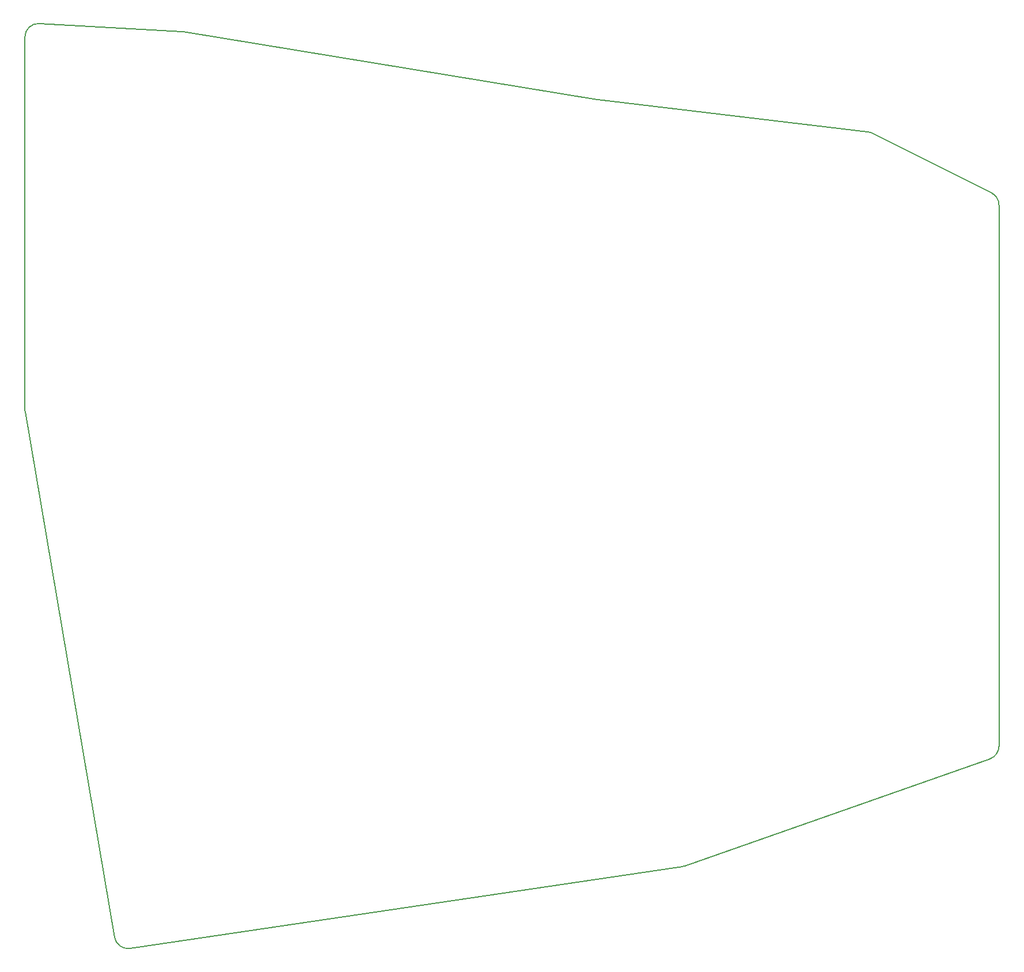
<source format=gbr>
%TF.GenerationSoftware,KiCad,Pcbnew,9.0.1*%
%TF.CreationDate,2025-06-02T17:15:55+02:00*%
%TF.ProjectId,pleiades_r,706c6569-6164-4657-935f-722e6b696361,v1.0.0*%
%TF.SameCoordinates,Original*%
%TF.FileFunction,Profile,NP*%
%FSLAX46Y46*%
G04 Gerber Fmt 4.6, Leading zero omitted, Abs format (unit mm)*
G04 Created by KiCad (PCBNEW 9.0.1) date 2025-06-02 17:15:55*
%MOMM*%
%LPD*%
G01*
G04 APERTURE LIST*
%TA.AperFunction,Profile*%
%ADD10C,0.150000*%
%TD*%
G04 APERTURE END LIST*
D10*
X334783508Y-11948513D02*
X334783508Y67598885D01*
X333679816Y69386798D02*
X316096119Y78201783D01*
X315436266Y78399843D02*
X275826414Y83115891D01*
X275740863Y83127957D02*
X214886149Y93055256D01*
X214679683Y93078008D02*
X193699047Y94292081D01*
X191583508Y92295421D02*
X191583508Y37583369D01*
X191611822Y37248022D02*
X204758620Y-40049084D01*
X207023462Y-41692135D02*
X288214609Y-29661316D01*
X288583378Y-29570206D02*
X333445433Y-13835801D01*
X333679817Y69386797D02*
G75*
G02*
X334783508Y67598885I-896309J-1787912D01*
G01*
X315436265Y78399843D02*
G75*
G02*
X316096119Y78201783I-236454J-1985973D01*
G01*
X275826414Y83115892D02*
G75*
G02*
X275740863Y83127957I236455J1985973D01*
G01*
X214679683Y93078008D02*
G75*
G02*
X214886149Y93055256I-115540J-1996660D01*
G01*
X191583508Y92295421D02*
G75*
G02*
X193699047Y94292081I2000000J0D01*
G01*
X191611823Y37248022D02*
G75*
G02*
X191583508Y37583369I1971685J335347D01*
G01*
X207023462Y-41692135D02*
G75*
G02*
X204758620Y-40049084I-293157J1978398D01*
G01*
X288583378Y-29570206D02*
G75*
G02*
X288214609Y-29661317I-661926J1887288D01*
G01*
X334783508Y-11948514D02*
G75*
G02*
X333445433Y-13835801I-2000000J1D01*
G01*
M02*

</source>
